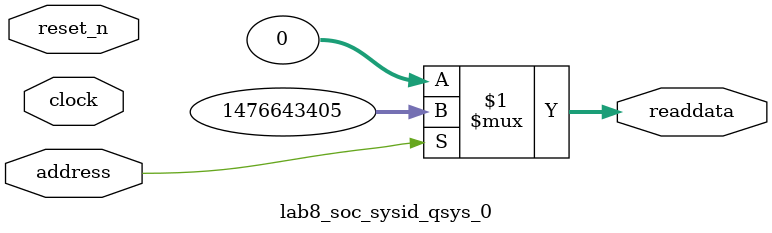
<source format=v>

`timescale 1ns / 1ps
// synthesis translate_on

// turn off superfluous verilog processor warnings 
// altera message_level Level1 
// altera message_off 10034 10035 10036 10037 10230 10240 10030 

module lab8_soc_sysid_qsys_0 (
               // inputs:
                address,
                clock,
                reset_n,

               // outputs:
                readdata
             )
;

  output  [ 31: 0] readdata;
  input            address;
  input            clock;
  input            reset_n;

  wire    [ 31: 0] readdata;
  //control_slave, which is an e_avalon_slave
  assign readdata = address ? 1476643405 : 0;

endmodule




</source>
